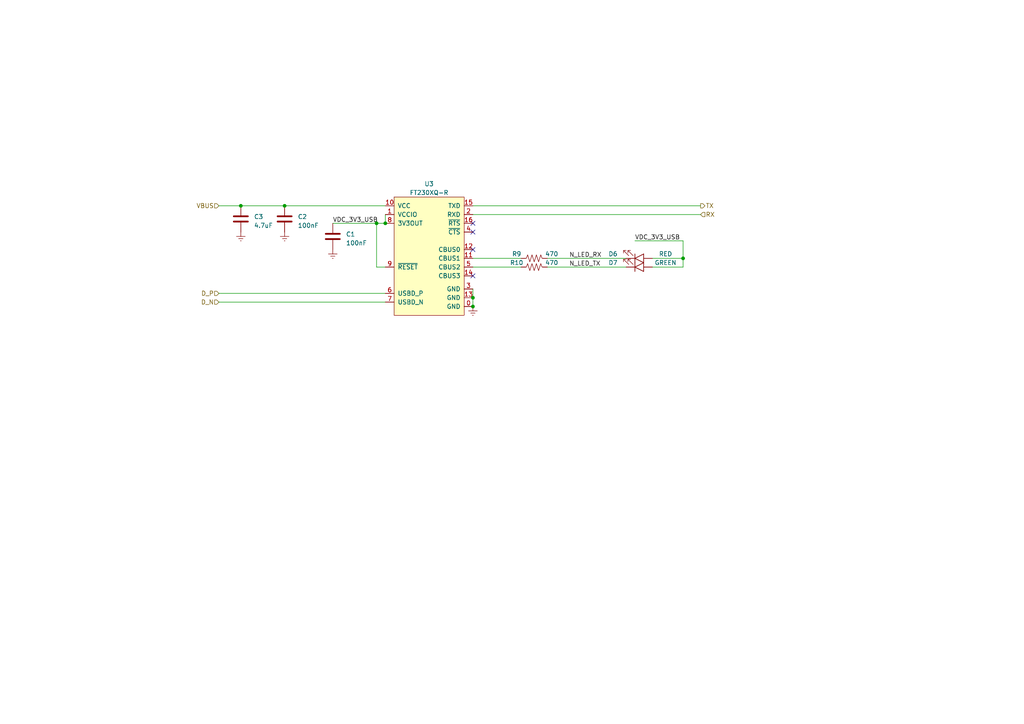
<source format=kicad_sch>
(kicad_sch (version 20221004) (generator eeschema)
  (paper "A4")
  (title_block (title "${PROJECT_NAME}") (date "2022-09-27") (rev "${PCB_REVISION}") (company "Brendan Haines"))
  (lib_symbols
    (symbol "bh:C" (pin_numbers hide) (pin_names (offset 0.254))
      (property "Reference" "C" (at 0.635 2.54 0))
      (property "Value" "C" (at 0.635 -2.54 0))
      (symbol "C_0_1"
        (polyline (pts (xy -2.032 -0.762) (xy 2.032 -0.762)) (stroke (width 0.508)))
        (polyline (pts (xy -2.032 0.762) (xy 2.032 0.762)) (stroke (width 0.508)))
      )
      (symbol "C_1_1"
        (pin passive line (at 0 3.81 270) (length 2.794) (name "~") (number "1"))
        (pin passive line (at 0 -3.81 90) (length 2.794) (name "~") (number "2"))
      )
    )
    (symbol "bh:FT230XQ-R" (pin_names (offset 1.016))
      (property "Reference" "U" (at 0 0 0))
      (property "Value" "FT230XQ-R" (at 0 0 0))
      (symbol "FT230XQ-R_0_1"
        (rectangle (start 0 0) (end 20.32 -34.29) (fill (type background)))
      )
      (symbol "FT230XQ-R_1_1"
        (pin power_in line (at 22.86 -31.75 180) (length 2.54) (name "GND") (number "0"))
        (pin power_in line (at -2.54 -5.08 0) (length 2.54) (name "VCCIO") (number "1"))
        (pin power_in line (at -2.54 -2.54 0) (length 2.54) (name "VCC") (number "10"))
        (pin bidirectional line (at 22.86 -17.78 180) (length 2.54) (name "CBUS1") (number "11"))
        (pin bidirectional line (at 22.86 -15.24 180) (length 2.54) (name "CBUS0") (number "12"))
        (pin power_in line (at 22.86 -29.21 180) (length 2.54) (name "GND") (number "13"))
        (pin bidirectional line (at 22.86 -22.86 180) (length 2.54) (name "CBUS3") (number "14"))
        (pin output line (at 22.86 -2.54 180) (length 2.54) (name "TXD") (number "15"))
        (pin unspecified line (at 22.86 -7.62 180) (length 2.54) (name "~{RTS}") (number "16"))
        (pin input line (at 22.86 -5.08 180) (length 2.54) (name "RXD") (number "2"))
        (pin power_in line (at 22.86 -26.67 180) (length 2.54) (name "GND") (number "3"))
        (pin unspecified line (at 22.86 -10.16 180) (length 2.54) (name "~{CTS}") (number "4"))
        (pin bidirectional line (at 22.86 -20.32 180) (length 2.54) (name "CBUS2") (number "5"))
        (pin bidirectional line (at -2.54 -27.94 0) (length 2.54) (name "USBD_P") (number "6"))
        (pin bidirectional line (at -2.54 -30.48 0) (length 2.54) (name "USBD_N") (number "7"))
        (pin power_out line (at -2.54 -7.62 0) (length 2.54) (name "3V3OUT") (number "8"))
        (pin input line (at -2.54 -20.32 0) (length 2.54) (name "~{RESET}") (number "9"))
      )
    )
    (symbol "bh:GND" (power) (pin_names (offset 0))
      (symbol "GND_0_1"
        (polyline (pts (xy -0.635 -1.905) (xy 0.635 -1.905)))
        (polyline (pts (xy -0.127 -2.54) (xy 0.127 -2.54)))
        (polyline (pts (xy 0 -1.27) (xy 0 0)))
        (polyline (pts (xy 1.27 -1.27) (xy -1.27 -1.27)))
      )
      (symbol "GND_1_1"
        (pin power_in line (at 0 0 90) (length 0) hide (name "GND") (number "1"))
      )
    )
    (symbol "bh:LED" (pin_numbers hide) (pin_names (offset 1.016) hide)
      (property "Reference" "D" (at 0 2.54 0))
      (property "Value" "LED" (at 0 -2.54 0))
      (symbol "LED_0_1"
        (polyline (pts (xy -1.27 -1.27) (xy -1.27 1.27)) (stroke (width 0.2032)))
        (polyline (pts (xy 1.27 -1.27) (xy 1.27 1.27) (xy -1.27 0) (xy 1.27 -1.27)) (stroke (width 0.2032)))
        (polyline (pts (xy -3.048 -0.762) (xy -4.572 -2.286) (xy -3.81 -2.286) (xy -4.572 -2.286) (xy -4.572 -1.524)))
        (polyline (pts (xy -1.778 -0.762) (xy -3.302 -2.286) (xy -2.54 -2.286) (xy -3.302 -2.286) (xy -3.302 -1.524)))
      )
      (symbol "LED_1_1"
        (pin passive line (at 3.81 0 180) (length 2.54) (name "A") (number "A"))
        (pin passive line (at -3.81 0 0) (length 2.54) (name "K") (number "K"))
      )
    )
    (symbol "bh:R" (pin_numbers hide) (pin_names (offset 0))
      (property "Reference" "R" (at 2.032 0 90))
      (property "Value" "R" (at -1.905 0 90))
      (symbol "R_0_1"
        (polyline (pts (xy 0 -2.54) (xy 0 -2.286) (xy 1.016 -1.905) (xy -1.016 -1.27) (xy 1.016 -0.635) (xy -1.016 0) (xy 1.016 0.635) (xy -1.016 1.27) (xy 1.016 1.905) (xy 0 2.286) (xy 0 2.54)))
      )
      (symbol "R_1_1"
        (pin passive line (at 0 3.81 270) (length 1.27) (name "~") (number "1"))
        (pin passive line (at 0 -3.81 90) (length 1.27) (name "~") (number "2"))
      )
    )
  )
  (junction (at 82.55 59.69))
  (junction (at 109.22 64.77))
  (junction (at 137.16 86.36))
  (junction (at 137.16 88.9))
  (junction (at 198.12 74.93))
  (junction (at 111.76 64.77))
  (junction (at 69.85 59.69))
  (no_connect (at 137.16 67.31))
  (no_connect (at 137.16 80.01))
  (no_connect (at 137.16 72.39))
  (no_connect (at 137.16 64.77))
  (wire (pts (xy 63.5 85.09) (xy 111.76 85.09)))
  (wire (pts (xy 137.16 62.23) (xy 203.2 62.23)))
  (wire (pts (xy 137.16 74.93) (xy 151.13 74.93)))
  (wire (pts (xy 96.52 64.77) (xy 109.22 64.77)))
  (wire (pts (xy 158.75 77.47) (xy 181.61 77.47)))
  (wire (pts (xy 137.16 86.36) (xy 137.16 88.9)))
  (wire (pts (xy 69.85 59.69) (xy 82.55 59.69)))
  (wire (pts (xy 189.23 77.47) (xy 198.12 77.47)))
  (wire (pts (xy 63.5 59.69) (xy 69.85 59.69)))
  (wire (pts (xy 137.16 59.69) (xy 203.2 59.69)))
  (wire (pts (xy 198.12 74.93) (xy 198.12 77.47)))
  (wire (pts (xy 158.75 74.93) (xy 181.61 74.93)))
  (wire (pts (xy 111.76 62.23) (xy 111.76 64.77)))
  (wire (pts (xy 111.76 77.47) (xy 109.22 77.47)))
  (wire (pts (xy 198.12 74.93) (xy 198.12 69.85)))
  (wire (pts (xy 137.16 77.47) (xy 151.13 77.47)))
  (wire (pts (xy 137.16 83.82) (xy 137.16 86.36)))
  (wire (pts (xy 109.22 64.77) (xy 111.76 64.77)))
  (wire (pts (xy 189.23 74.93) (xy 198.12 74.93)))
  (wire (pts (xy 82.55 59.69) (xy 111.76 59.69)))
  (wire (pts (xy 184.15 69.85) (xy 198.12 69.85)))
  (wire (pts (xy 63.5 87.63) (xy 111.76 87.63)))
  (wire (pts (xy 109.22 77.47) (xy 109.22 64.77)))
  (label "VDC_3V3_USB" (at 96.52 64.77 0))
  (label "N_LED_RX" (at 165.1 74.93 0))
  (label "VDC_3V3_USB" (at 184.15 69.85 0))
  (label "N_LED_TX" (at 165.1 77.47 0))
  (hierarchical_label "TX" (shape output) (at 203.2 59.69 0))
  (hierarchical_label "RX" (shape input) (at 203.2 62.23 0))
  (hierarchical_label "D_N" (shape input) (at 63.5 87.63 180))
  (hierarchical_label "VBUS" (shape input) (at 63.5 59.69 180))
  (hierarchical_label "D_P" (shape input) (at 63.5 85.09 180))
  (symbol (lib_id "bh:GND") (at 69.85 67.31 0) (unit 1)
    (property "Reference" "#PWR0128" (effects hide))
    (property "Value" "GND" (effects hide))
  )
  (symbol (lib_id "bh:LED") (at 185.42 74.93 0) (mirror x) (unit 1)
    (property "Reference" "D6" (at 177.8 73.66 0))
    (property "Value" "RED" (at 193.04 73.66 0))
    (property "Footprint" "common:LED0402" (effects hide))
    (property "LCSC" "C965790" (effects hide))
  )
  (symbol (lib_id "bh:LED") (at 185.42 77.47 0) (mirror x) (unit 1)
    (property "Reference" "D7" (at 177.8 76.2 0))
    (property "Value" "GREEN" (at 193.04 76.2 0))
    (property "Footprint" "common:LED0402" (effects hide))
    (property "LCSC" "C2856703" (effects hide))
  )
  (symbol (lib_id "bh:C") (at 82.55 63.5 0) (unit 1)
    (property "Reference" "C2" (at 86.36 62.865 0) (effects (justify left)))
    (property "Value" "100nF" (at 86.36 65.405 0) (effects (justify left)))
    (property "Footprint" "common:C0402" (effects hide))
    (property "FieldName" "Value" (effects hide))
  )
  (symbol (lib_id "bh:R") (at 154.94 74.93 90) (unit 1)
    (property "Reference" "R9" (at 149.86 73.66 90))
    (property "Value" "470" (at 160.02 73.66 90))
    (property "Footprint" "common:R0402" (effects hide))
    (property "FieldName" "Value" (effects hide))
  )
  (symbol (lib_id "bh:GND") (at 96.52 72.39 0) (unit 1)
    (property "Reference" "#PWR0127" (effects hide))
    (property "Value" "GND" (effects hide))
  )
  (symbol (lib_id "bh:FT230XQ-R") (at 114.3 57.15 0) (unit 1)
    (property "Reference" "U3" (at 124.46 53.34 0))
    (property "Value" "FT230XQ-R" (at 124.46 55.88 0))
    (property "Footprint" "common:QFN65P400X400X80-16P_FT230XQ" (effects hide))
    (property "Datasheet" "http://www.ftdichip.com/Support/Documents/DataSheets/ICs/DS_FT230X.pdf" (effects hide))
    (property "Manufacturer" "FTDI, Future Technology Devices International Ltd" (effects hide))
    (property "ManufacturerPartNumber" "FT230XQ-R" (effects hide))
    (property "LCSC" "C128629" (effects hide))
  )
  (symbol (lib_id "bh:C") (at 69.85 63.5 0) (unit 1)
    (property "Reference" "C3" (at 73.66 62.865 0) (effects (justify left)))
    (property "Value" "4.7uF" (at 73.66 65.405 0) (effects (justify left)))
    (property "Footprint" "common:C0603" (effects hide))
    (property "FieldName" "Value" (effects hide))
  )
  (symbol (lib_id "bh:GND") (at 137.16 88.9 0) (unit 1)
    (property "Reference" "#PWR0126" (effects hide))
    (property "Value" "GND" (effects hide))
  )
  (symbol (lib_id "bh:C") (at 96.52 68.58 0) (unit 1)
    (property "Reference" "C1" (at 100.33 67.945 0) (effects (justify left)))
    (property "Value" "100nF" (at 100.33 70.485 0) (effects (justify left)))
    (property "Footprint" "common:C0402" (effects hide))
    (property "FieldName" "Value" (effects hide))
  )
  (symbol (lib_id "bh:GND") (at 82.55 67.31 0) (unit 1)
    (property "Reference" "#PWR0129" (effects hide))
    (property "Value" "GND" (effects hide))
  )
  (symbol (lib_id "bh:R") (at 154.94 77.47 90) (unit 1)
    (property "Reference" "R10" (at 149.86 76.2 90))
    (property "Value" "470" (at 160.02 76.2 90))
    (property "Footprint" "common:R0402" (effects hide))
    (property "FieldName" "Value" (effects hide))
  )
)
</source>
